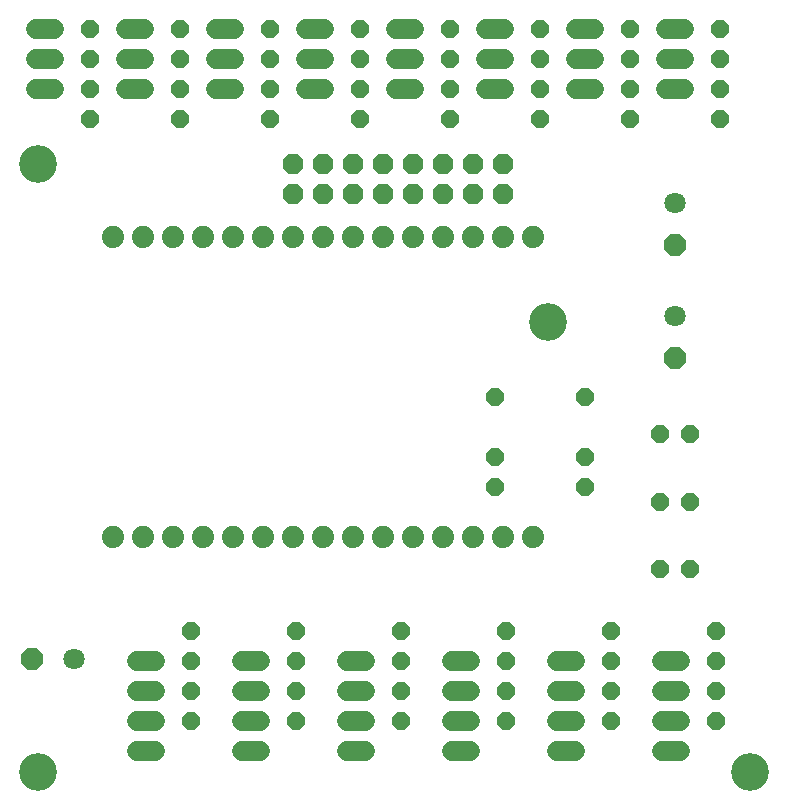
<source format=gbr>
G04 EAGLE Gerber RS-274X export*
G75*
%MOMM*%
%FSLAX34Y34*%
%LPD*%
%INSoldermask Bottom*%
%IPPOS*%
%AMOC8*
5,1,8,0,0,1.08239X$1,22.5*%
G01*
%ADD10C,3.200400*%
%ADD11P,1.951982X8X292.500000*%
%ADD12C,1.803400*%
%ADD13P,1.649562X8X292.500000*%
%ADD14P,1.649562X8X112.500000*%
%ADD15P,1.951982X8X202.500000*%
%ADD16C,1.727200*%
%ADD17P,1.869504X8X202.500000*%
%ADD18C,1.879600*%
%ADD19P,1.649562X8X202.500000*%


D10*
X660400Y95250D03*
X57150Y95250D03*
X57150Y609600D03*
X488950Y476250D03*
D11*
X596900Y541020D03*
D12*
X596900Y576580D03*
D13*
X406400Y673100D03*
X406400Y647700D03*
D14*
X406400Y698500D03*
X406400Y723900D03*
D13*
X330200Y673100D03*
X330200Y647700D03*
D14*
X330200Y698500D03*
X330200Y723900D03*
D13*
X254000Y673100D03*
X254000Y647700D03*
D14*
X254000Y698500D03*
X254000Y723900D03*
D13*
X177800Y673100D03*
X177800Y647700D03*
D14*
X177800Y698500D03*
X177800Y723900D03*
D13*
X101600Y673100D03*
X101600Y647700D03*
D14*
X101600Y698500D03*
X101600Y723900D03*
D11*
X596900Y445770D03*
D12*
X596900Y481330D03*
D13*
X631190Y163830D03*
X631190Y138430D03*
D14*
X631190Y189230D03*
X631190Y214630D03*
D13*
X542290Y163830D03*
X542290Y138430D03*
D14*
X542290Y189230D03*
X542290Y214630D03*
D13*
X453390Y163830D03*
X453390Y138430D03*
D14*
X453390Y189230D03*
X453390Y214630D03*
D13*
X364490Y163830D03*
X364490Y138430D03*
D14*
X364490Y189230D03*
X364490Y214630D03*
D13*
X275590Y163830D03*
X275590Y138430D03*
D14*
X275590Y189230D03*
X275590Y214630D03*
D15*
X52070Y190500D03*
D12*
X87630Y190500D03*
D13*
X186690Y163830D03*
X186690Y138430D03*
D14*
X186690Y189230D03*
X186690Y214630D03*
D13*
X635000Y673100D03*
X635000Y647700D03*
D14*
X635000Y698500D03*
X635000Y723900D03*
D13*
X558800Y673100D03*
X558800Y647700D03*
D14*
X558800Y698500D03*
X558800Y723900D03*
D13*
X482600Y673100D03*
X482600Y647700D03*
D14*
X482600Y698500D03*
X482600Y723900D03*
D16*
X589280Y723900D02*
X604520Y723900D01*
X604520Y698500D02*
X589280Y698500D01*
X589280Y673100D02*
X604520Y673100D01*
X600710Y113030D02*
X585470Y113030D01*
X585470Y138430D02*
X600710Y138430D01*
X600710Y163830D02*
X585470Y163830D01*
X585470Y189230D02*
X600710Y189230D01*
X511810Y113030D02*
X496570Y113030D01*
X496570Y138430D02*
X511810Y138430D01*
X511810Y163830D02*
X496570Y163830D01*
X496570Y189230D02*
X511810Y189230D01*
X422910Y113030D02*
X407670Y113030D01*
X407670Y138430D02*
X422910Y138430D01*
X422910Y163830D02*
X407670Y163830D01*
X407670Y189230D02*
X422910Y189230D01*
X334010Y113030D02*
X318770Y113030D01*
X318770Y138430D02*
X334010Y138430D01*
X334010Y163830D02*
X318770Y163830D01*
X318770Y189230D02*
X334010Y189230D01*
X245110Y113030D02*
X229870Y113030D01*
X229870Y138430D02*
X245110Y138430D01*
X245110Y163830D02*
X229870Y163830D01*
X229870Y189230D02*
X245110Y189230D01*
X156210Y113030D02*
X140970Y113030D01*
X140970Y138430D02*
X156210Y138430D01*
X156210Y163830D02*
X140970Y163830D01*
X140970Y189230D02*
X156210Y189230D01*
X513080Y723900D02*
X528320Y723900D01*
X528320Y698500D02*
X513080Y698500D01*
X513080Y673100D02*
X528320Y673100D01*
X452120Y723900D02*
X436880Y723900D01*
X436880Y698500D02*
X452120Y698500D01*
X452120Y673100D02*
X436880Y673100D01*
X375920Y723900D02*
X360680Y723900D01*
X360680Y698500D02*
X375920Y698500D01*
X375920Y673100D02*
X360680Y673100D01*
X299720Y723900D02*
X284480Y723900D01*
X284480Y698500D02*
X299720Y698500D01*
X299720Y673100D02*
X284480Y673100D01*
X223520Y723900D02*
X208280Y723900D01*
X208280Y698500D02*
X223520Y698500D01*
X223520Y673100D02*
X208280Y673100D01*
X147320Y723900D02*
X132080Y723900D01*
X132080Y698500D02*
X147320Y698500D01*
X147320Y673100D02*
X132080Y673100D01*
X71120Y723900D02*
X55880Y723900D01*
X55880Y698500D02*
X71120Y698500D01*
X71120Y673100D02*
X55880Y673100D01*
D17*
X450850Y584200D03*
X450850Y609600D03*
X425450Y584200D03*
X425450Y609600D03*
X400050Y584200D03*
X400050Y609600D03*
X374650Y584200D03*
X374650Y609600D03*
X349250Y584200D03*
X349250Y609600D03*
X323850Y584200D03*
X323850Y609600D03*
X298450Y584200D03*
X298450Y609600D03*
X273050Y584200D03*
X273050Y609600D03*
D18*
X120550Y293700D03*
X145950Y293700D03*
X171350Y293700D03*
X196750Y293700D03*
X222150Y293700D03*
X247550Y293700D03*
X272950Y293700D03*
X298350Y293700D03*
X323750Y293700D03*
X349150Y293700D03*
X374550Y293700D03*
X399950Y293700D03*
X425350Y293700D03*
X450750Y293700D03*
X476150Y293700D03*
X120550Y547750D03*
X145950Y547750D03*
X171350Y547750D03*
X196750Y547750D03*
X222150Y547750D03*
X247550Y547750D03*
X272950Y547750D03*
X298350Y547750D03*
X323750Y547750D03*
X349150Y547750D03*
X374550Y547750D03*
X399950Y547750D03*
X425350Y547750D03*
X450750Y547750D03*
X476150Y547750D03*
D19*
X520700Y336550D03*
X444500Y336550D03*
X609600Y266700D03*
X584200Y266700D03*
X520700Y361950D03*
X444500Y361950D03*
X609600Y323850D03*
X584200Y323850D03*
X520700Y412750D03*
X444500Y412750D03*
X609600Y381000D03*
X584200Y381000D03*
M02*

</source>
